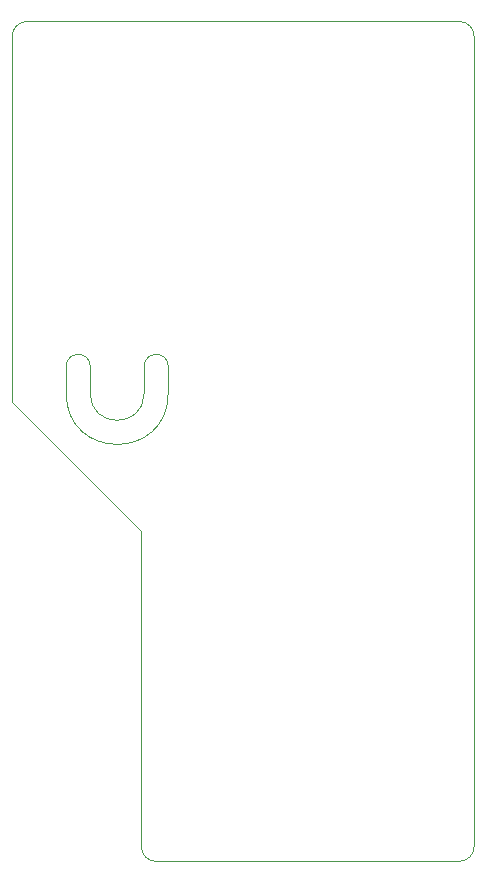
<source format=gbr>
%TF.GenerationSoftware,KiCad,Pcbnew,7.0.1*%
%TF.CreationDate,2023-04-13T16:06:33-04:00*%
%TF.ProjectId,IoT Lightswitch,496f5420-4c69-4676-9874-737769746368,rev?*%
%TF.SameCoordinates,Original*%
%TF.FileFunction,Profile,NP*%
%FSLAX46Y46*%
G04 Gerber Fmt 4.6, Leading zero omitted, Abs format (unit mm)*
G04 Created by KiCad (PCBNEW 7.0.1) date 2023-04-13 16:06:33*
%MOMM*%
%LPD*%
G01*
G04 APERTURE LIST*
%TA.AperFunction,Profile*%
%ADD10C,0.100000*%
%TD*%
G04 APERTURE END LIST*
D10*
X138684000Y-83312000D02*
X138684000Y-52324000D01*
X143256000Y-82550000D02*
G75*
G03*
X151892000Y-82550000I4318000J0D01*
G01*
X143256000Y-80264000D02*
X143256000Y-82550000D01*
X149606000Y-120904000D02*
X149606000Y-94234000D01*
X149606000Y-120904000D02*
G75*
G03*
X150876000Y-122174000I1270000J0D01*
G01*
X177800000Y-52324000D02*
X177800000Y-120904000D01*
X151892000Y-80264000D02*
G75*
G03*
X149860000Y-80264000I-1016000J0D01*
G01*
X145288000Y-80264000D02*
G75*
G03*
X143256000Y-80264000I-1016000J0D01*
G01*
X149860000Y-80264000D02*
X149860000Y-82550000D01*
X139954000Y-51054000D02*
X176530000Y-51054000D01*
X176530000Y-122174000D02*
X150876000Y-122174000D01*
X139954000Y-51054000D02*
G75*
G03*
X138684000Y-52324000I0J-1270000D01*
G01*
X145288000Y-82550000D02*
X145288000Y-80264000D01*
X177800000Y-52324000D02*
G75*
G03*
X176530000Y-51054000I-1270000J0D01*
G01*
X151892000Y-82550000D02*
X151892000Y-80264000D01*
X176530000Y-122174000D02*
G75*
G03*
X177800000Y-120904000I0J1270000D01*
G01*
X149606000Y-94234000D02*
X138684000Y-83312000D01*
X145288000Y-82550000D02*
G75*
G03*
X149860000Y-82550000I2286000J0D01*
G01*
M02*

</source>
